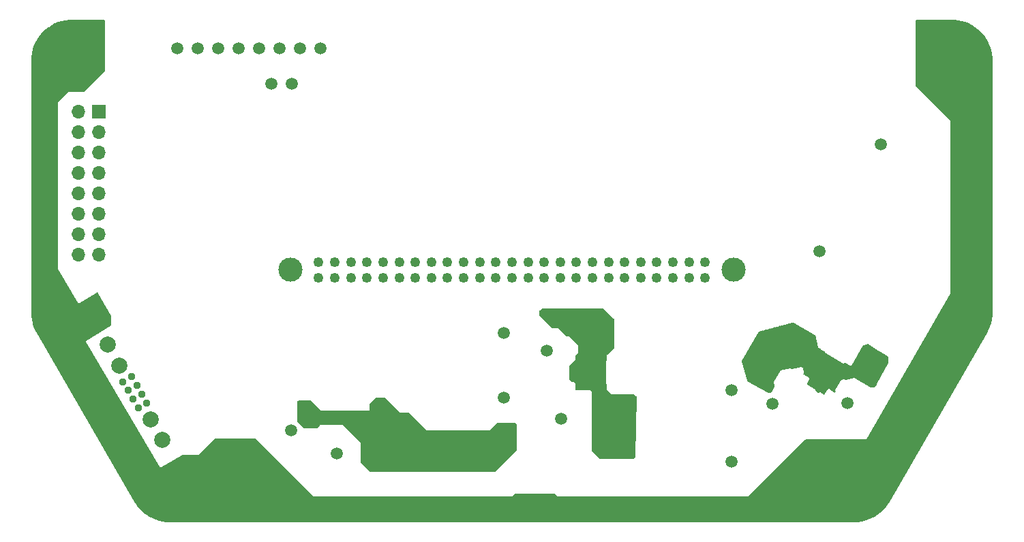
<source format=gbs>
%TF.GenerationSoftware,KiCad,Pcbnew,7.0.1-0*%
%TF.CreationDate,2023-07-14T11:12:34-05:00*%
%TF.ProjectId,power,706f7765-722e-46b6-9963-61645f706362,rev?*%
%TF.SameCoordinates,PXb5acc9ePY48ab840*%
%TF.FileFunction,Soldermask,Bot*%
%TF.FilePolarity,Negative*%
%FSLAX46Y46*%
G04 Gerber Fmt 4.6, Leading zero omitted, Abs format (unit mm)*
G04 Created by KiCad (PCBNEW 7.0.1-0) date 2023-07-14 11:12:34*
%MOMM*%
%LPD*%
G01*
G04 APERTURE LIST*
%ADD10C,1.500000*%
%ADD11C,5.892800*%
%ADD12C,4.521200*%
%ADD13C,2.250000*%
%ADD14C,0.950000*%
%ADD15C,2.000000*%
%ADD16C,3.000000*%
%ADD17C,1.250000*%
%ADD18R,1.700000X1.700000*%
%ADD19O,1.700000X1.700000*%
G04 APERTURE END LIST*
D10*
%TO.C,TP5*%
X-8763000Y-10413998D03*
%TD*%
%TO.C,TP8*%
X-85973000Y1524002D03*
%TD*%
%TO.C,TP21*%
X-93599000Y1524002D03*
%TD*%
%TO.C,TP1*%
X-22265706Y-42671998D03*
%TD*%
%TO.C,TP16*%
X-78359000Y1524002D03*
%TD*%
%TO.C,TP22*%
X-96139000Y1524002D03*
%TD*%
%TO.C,TP7*%
X-27305000Y-49910998D03*
%TD*%
D11*
%TO.C,H2*%
X-109219998Y2D03*
%TD*%
D10*
%TO.C,TP10*%
X-55626000Y-41909998D03*
%TD*%
%TO.C,TP17*%
X-81915000Y-2920998D03*
%TD*%
D12*
%TO.C,H5*%
X-19812000Y-35432998D03*
%TD*%
D10*
%TO.C,TP20*%
X-91059000Y1524002D03*
%TD*%
%TO.C,TP14*%
X-83433000Y1524002D03*
%TD*%
D11*
%TO.C,H1*%
X2Y2D03*
%TD*%
D12*
%TO.C,H6*%
X-44577000Y-33400998D03*
%TD*%
D10*
%TO.C,TP13*%
X-76327000Y-48894998D03*
%TD*%
%TO.C,TP6*%
X-27305000Y-41020998D03*
%TD*%
%TO.C,TP2*%
X-50292000Y-36067998D03*
%TD*%
%TO.C,TP9*%
X-55626000Y-33908998D03*
%TD*%
%TO.C,TP15*%
X-80893000Y1524002D03*
%TD*%
D11*
%TO.C,H3*%
X-88264998Y-52069998D03*
%TD*%
D10*
%TO.C,TP18*%
X-84455000Y-2920998D03*
%TD*%
%TO.C,TP19*%
X-88519000Y1524002D03*
%TD*%
%TO.C,TP3*%
X-82042000Y-45973998D03*
%TD*%
D13*
%TO.C,J2*%
X-95178398Y-50809577D03*
X-106578398Y-31064198D03*
D14*
X-99945228Y-42563185D03*
X-100570228Y-41480653D03*
X-101195228Y-40398122D03*
X-101820228Y-39315590D03*
X-101027760Y-43188185D03*
X-101652760Y-42105653D03*
X-102277760Y-41023122D03*
X-102902760Y-39940590D03*
D15*
X-97998994Y-47184162D03*
X-99498994Y-44586085D03*
X-103348994Y-37917690D03*
X-104848994Y-35319614D03*
%TD*%
D10*
%TO.C,TP12*%
X-48514000Y-44576998D03*
%TD*%
D12*
%TO.C,H7*%
X-69596000Y-48386998D03*
%TD*%
D11*
%TO.C,H4*%
X-15874998Y-52069998D03*
%TD*%
D10*
%TO.C,TP4*%
X-16383000Y-23748998D03*
%TD*%
%TO.C,TP11*%
X-12923636Y-42635197D03*
%TD*%
D16*
%TO.C,J3*%
X-82109998Y-26034998D03*
X-27109998Y-26034998D03*
D17*
X-30609998Y-25034998D03*
X-32609998Y-25034998D03*
X-34609998Y-25034998D03*
X-36609998Y-25034998D03*
X-38609998Y-25034998D03*
X-40609998Y-25034998D03*
X-42609998Y-25034998D03*
X-44609998Y-25034998D03*
X-46609998Y-25034998D03*
X-48609998Y-25034998D03*
X-50609998Y-25034998D03*
X-52609998Y-25034998D03*
X-54609998Y-25034998D03*
X-56609998Y-25034998D03*
X-58609998Y-25034998D03*
X-60609998Y-25034998D03*
X-62609998Y-25034998D03*
X-64609998Y-25034998D03*
X-66609998Y-25034998D03*
X-68609998Y-25034998D03*
X-70609998Y-25034998D03*
X-72609998Y-25034998D03*
X-74609998Y-25034998D03*
X-76609998Y-25034998D03*
X-78609998Y-25034998D03*
X-30609998Y-27034998D03*
X-32609998Y-27034998D03*
X-34609998Y-27034998D03*
X-36609998Y-27034998D03*
X-38609998Y-27034998D03*
X-40609998Y-27034998D03*
X-42609998Y-27034998D03*
X-44609998Y-27034998D03*
X-46609998Y-27034998D03*
X-48609998Y-27034998D03*
X-50609998Y-27034998D03*
X-52609998Y-27034998D03*
X-54609998Y-27034998D03*
X-56609998Y-27034998D03*
X-58609998Y-27034998D03*
X-60609998Y-27034998D03*
X-62609998Y-27034998D03*
X-64609998Y-27034998D03*
X-66609998Y-27034998D03*
X-68609998Y-27034998D03*
X-70609998Y-27034998D03*
X-72609998Y-27034998D03*
X-74609998Y-27034998D03*
X-76609998Y-27034998D03*
X-78609998Y-27034998D03*
%TD*%
D18*
%TO.C,J1*%
X-105917998Y-6386828D03*
D19*
X-108457998Y-6386828D03*
X-105917998Y-8926828D03*
X-108457998Y-8926828D03*
X-105917998Y-11466828D03*
X-108457998Y-11466828D03*
X-105917998Y-14006828D03*
X-108457998Y-14006828D03*
X-105917998Y-16546828D03*
X-108457998Y-16546828D03*
X-105917998Y-19086828D03*
X-108457998Y-19086828D03*
X-105917998Y-21626828D03*
X-108457998Y-21626828D03*
X-105917998Y-24166828D03*
X-108457998Y-24166828D03*
%TD*%
G36*
X-19670167Y-32580912D02*
G01*
X-17010934Y-34116222D01*
X-16973971Y-34148637D01*
X-16952227Y-34192730D01*
X-16547368Y-35703683D01*
X-16547367Y-35703685D01*
X-15822671Y-36122088D01*
X-15785709Y-36154503D01*
X-15763964Y-36198595D01*
X-15730986Y-36321669D01*
X-15730985Y-36321671D01*
X-13421298Y-37655168D01*
X-13298224Y-37622192D01*
X-13249166Y-37618977D01*
X-13202613Y-37634780D01*
X-12587901Y-37989684D01*
X-12414415Y-37943199D01*
X-12414413Y-37943198D01*
X-10980011Y-35458738D01*
X-10947596Y-35421776D01*
X-10903503Y-35400031D01*
X-10485894Y-35288132D01*
X-10435077Y-35285161D01*
X-10387232Y-35302539D01*
X-7962929Y-36794888D01*
X-7920293Y-36838446D01*
X-7903090Y-36896919D01*
X-7875412Y-37558217D01*
X-7889687Y-37621951D01*
X-9262077Y-40241968D01*
X-9284597Y-40272598D01*
X-9615998Y-40603999D01*
X-9655864Y-40630889D01*
X-9702902Y-40640885D01*
X-9983449Y-40645765D01*
X-10048640Y-40628903D01*
X-12106032Y-39441067D01*
X-13096532Y-39706470D01*
X-13145589Y-39709685D01*
X-13192143Y-39693882D01*
X-13359467Y-39597277D01*
X-13722468Y-39694544D01*
X-13722470Y-39694545D01*
X-14457105Y-40966962D01*
X-14441367Y-41025701D01*
X-14435199Y-41033739D01*
X-14413455Y-41077833D01*
X-14410240Y-41126891D01*
X-14426045Y-41173446D01*
X-14429902Y-41180126D01*
X-14476021Y-41226243D01*
X-14539020Y-41243122D01*
X-14602019Y-41226241D01*
X-15262795Y-40844742D01*
X-15436281Y-40891227D01*
X-15436283Y-40891228D01*
X-15754282Y-41442018D01*
X-15800401Y-41488137D01*
X-15863401Y-41505018D01*
X-15926401Y-41488137D01*
X-16367207Y-41233637D01*
X-16490279Y-41266615D01*
X-16539337Y-41269830D01*
X-16585891Y-41254027D01*
X-16825449Y-41115718D01*
X-16862411Y-41083303D01*
X-16884155Y-41039211D01*
X-16917133Y-40916139D01*
X-16917135Y-40916137D01*
X-17907866Y-40344137D01*
X-17953985Y-40298018D01*
X-17970866Y-40235018D01*
X-17953985Y-40172018D01*
X-17635986Y-39621228D01*
X-17682472Y-39447741D01*
X-17682473Y-39447739D01*
X-18343249Y-39066241D01*
X-18389368Y-39020122D01*
X-18406249Y-38957122D01*
X-18389368Y-38894121D01*
X-18325368Y-38783270D01*
X-18414999Y-38226999D01*
X-18668998Y-38100000D01*
X-18668999Y-38100000D01*
X-19788220Y-38341005D01*
X-19834290Y-38342303D01*
X-19877744Y-38326947D01*
X-20055660Y-38224227D01*
X-21270057Y-38549623D01*
X-21270059Y-38549624D01*
X-22095557Y-39979429D01*
X-21969610Y-40449474D01*
X-21966395Y-40498531D01*
X-21982198Y-40545085D01*
X-22374507Y-41224584D01*
X-22406922Y-41261546D01*
X-22451015Y-41283291D01*
X-22697161Y-41349246D01*
X-22746218Y-41352461D01*
X-22792772Y-41336658D01*
X-25366488Y-39850722D01*
X-25403451Y-39818307D01*
X-25425195Y-39774214D01*
X-26048524Y-37447921D01*
X-26051739Y-37398864D01*
X-26035936Y-37352310D01*
X-23942027Y-33725555D01*
X-23909612Y-33688592D01*
X-23865519Y-33666848D01*
X-19765778Y-32568324D01*
X-19716721Y-32565109D01*
X-19670167Y-32580912D01*
G37*
G36*
X-105219000Y5063121D02*
G01*
X-105172881Y5017002D01*
X-105156000Y4954002D01*
X-105156000Y-1217808D01*
X-105165591Y-1266026D01*
X-105192905Y-1306903D01*
X-107786095Y-3900093D01*
X-107826972Y-3927407D01*
X-107875190Y-3936998D01*
X-109728002Y-3936998D01*
X-110998000Y-5206996D01*
X-110998000Y-25907996D01*
X-108458000Y-30225996D01*
X-106155178Y-28892785D01*
X-106091763Y-28875829D01*
X-106028426Y-28893071D01*
X-105982356Y-28939830D01*
X-104410309Y-31721144D01*
X-104394000Y-31783143D01*
X-104394000Y-32824043D01*
X-104409469Y-32884533D01*
X-104452079Y-32930169D01*
X-107569000Y-34924997D01*
X-107569000Y-34924998D01*
X-98298001Y-50672997D01*
X-95533654Y-49039521D01*
X-95469554Y-49021998D01*
X-93472000Y-49021998D01*
X-91476905Y-47026903D01*
X-91436028Y-46999589D01*
X-91387810Y-46989998D01*
X-86539190Y-46989998D01*
X-86490972Y-46999589D01*
X-86450095Y-47026903D01*
X-79248002Y-54228997D01*
X-79248000Y-54228998D01*
X-54610001Y-54228998D01*
X-54265906Y-53884903D01*
X-54225028Y-53857589D01*
X-54176810Y-53847998D01*
X-49328190Y-53847998D01*
X-49279972Y-53857589D01*
X-49239094Y-53884903D01*
X-48895000Y-54228998D01*
X-25273000Y-54228998D01*
X-18197905Y-47153903D01*
X-18157028Y-47126589D01*
X-18108810Y-47116998D01*
X-10541001Y-47116998D01*
X-10541000Y-47116996D01*
X-127000Y-28955999D01*
X-127000Y-7492998D01*
X-127001Y-7492996D01*
X-4408095Y-3211903D01*
X-4435409Y-3171026D01*
X-4445000Y-3122808D01*
X-4445000Y4954002D01*
X-4428119Y5017002D01*
X-4382000Y5063121D01*
X-4319000Y5080002D01*
X-2747Y5080002D01*
X2750Y5079882D01*
X437258Y5060909D01*
X448207Y5059951D01*
X876683Y5003541D01*
X887508Y5001632D01*
X1309430Y4908094D01*
X1320048Y4905249D01*
X1732212Y4775295D01*
X1742541Y4771536D01*
X2141825Y4606147D01*
X2151787Y4601501D01*
X2535117Y4401952D01*
X2544637Y4396456D01*
X2909132Y4164248D01*
X2918136Y4157943D01*
X3260996Y3894856D01*
X3269416Y3887791D01*
X3588047Y3595820D01*
X3595820Y3588047D01*
X3887791Y3269417D01*
X3894856Y3260997D01*
X4157943Y2918136D01*
X4164248Y2909132D01*
X4396456Y2544638D01*
X4401952Y2535118D01*
X4601501Y2151788D01*
X4606147Y2141826D01*
X4771536Y1742542D01*
X4775295Y1732213D01*
X4905250Y1320048D01*
X4908095Y1309430D01*
X5001633Y887508D01*
X5003542Y876683D01*
X5059952Y448208D01*
X5060910Y437258D01*
X5079882Y2750D01*
X5080002Y-2746D01*
X5080002Y-31332773D01*
X5079872Y-31338486D01*
X5060148Y-31773037D01*
X5059173Y-31783978D01*
X5002022Y-32212571D01*
X5000095Y-32223393D01*
X4905810Y-32645358D01*
X4902947Y-32655971D01*
X4772245Y-33068105D01*
X4768468Y-33078429D01*
X4602341Y-33477606D01*
X4597679Y-33487561D01*
X4396048Y-33873309D01*
X4393511Y-33877923D01*
X-7716846Y-54861594D01*
X-7719715Y-54866323D01*
X-7953437Y-55233108D01*
X-7959734Y-55242100D01*
X-8222818Y-55584962D01*
X-8229884Y-55593383D01*
X-8521862Y-55912025D01*
X-8529634Y-55919797D01*
X-8848249Y-56211759D01*
X-8856670Y-56218825D01*
X-9199533Y-56481916D01*
X-9208536Y-56488221D01*
X-9573027Y-56720432D01*
X-9582546Y-56725928D01*
X-9965881Y-56925485D01*
X-9975844Y-56930131D01*
X-10375105Y-57095513D01*
X-10385434Y-57099272D01*
X-10797603Y-57229233D01*
X-10808221Y-57232078D01*
X-11230144Y-57325620D01*
X-11240968Y-57327529D01*
X-11669441Y-57383944D01*
X-11680391Y-57384902D01*
X-12114894Y-57403878D01*
X-12120392Y-57403998D01*
X-97099593Y-57403998D01*
X-97105098Y-57403878D01*
X-97539620Y-57384874D01*
X-97550560Y-57383916D01*
X-97979033Y-57327510D01*
X-97989858Y-57325602D01*
X-98411773Y-57232069D01*
X-98422391Y-57229224D01*
X-98834573Y-57099267D01*
X-98844902Y-57095507D01*
X-99244163Y-56930131D01*
X-99254126Y-56925486D01*
X-99637474Y-56725930D01*
X-99646993Y-56720434D01*
X-100011484Y-56488231D01*
X-100020488Y-56481926D01*
X-100363349Y-56218843D01*
X-100371770Y-56211777D01*
X-100690394Y-55919815D01*
X-100698166Y-55912043D01*
X-100990149Y-55593403D01*
X-100997215Y-55584982D01*
X-101260297Y-55242130D01*
X-101266602Y-55233126D01*
X-101500288Y-54866316D01*
X-101503140Y-54861616D01*
X-113618027Y-33878014D01*
X-113620673Y-33873192D01*
X-113821494Y-33487396D01*
X-113826138Y-33477437D01*
X-113991529Y-33078154D01*
X-113995288Y-33067824D01*
X-114125242Y-32655667D01*
X-114128087Y-32645050D01*
X-114221627Y-32223126D01*
X-114223536Y-32212301D01*
X-114279948Y-31783825D01*
X-114280906Y-31772874D01*
X-114299878Y-31338369D01*
X-114299998Y-31332873D01*
X-114299998Y-2744D01*
X-114299878Y2751D01*
X-114280909Y437256D01*
X-114279951Y448207D01*
X-114223541Y876684D01*
X-114221632Y887509D01*
X-114128094Y1309431D01*
X-114125249Y1320049D01*
X-113995294Y1732213D01*
X-113991535Y1742542D01*
X-113826146Y2141827D01*
X-113821500Y2151789D01*
X-113621951Y2535119D01*
X-113616455Y2544639D01*
X-113384251Y2909126D01*
X-113377947Y2918130D01*
X-113114850Y3261005D01*
X-113107784Y3269426D01*
X-112815818Y3588050D01*
X-112808045Y3595822D01*
X-112489422Y3887787D01*
X-112481002Y3894853D01*
X-112138127Y4157949D01*
X-112129123Y4164253D01*
X-111764635Y4396458D01*
X-111755115Y4401954D01*
X-111371785Y4601503D01*
X-111361823Y4606149D01*
X-110962539Y4771538D01*
X-110952210Y4775297D01*
X-110540046Y4905251D01*
X-110529428Y4908096D01*
X-110107505Y5001634D01*
X-110096680Y5003543D01*
X-109668204Y5059953D01*
X-109657254Y5060911D01*
X-109222746Y5079882D01*
X-109217250Y5080002D01*
X-105282000Y5080002D01*
X-105219000Y5063121D01*
G37*
G36*
X-70361972Y-41919589D02*
G01*
X-70321095Y-41946903D01*
X-68453002Y-43814997D01*
X-68453000Y-43814998D01*
X-67489190Y-43814998D01*
X-67440972Y-43824589D01*
X-67400095Y-43851903D01*
X-65273115Y-45978884D01*
X-57403998Y-45973999D01*
X-56551905Y-45121903D01*
X-56511027Y-45094589D01*
X-56462809Y-45084998D01*
X-54281190Y-45084998D01*
X-54232972Y-45094589D01*
X-54192095Y-45121903D01*
X-54011905Y-45302093D01*
X-53984591Y-45342970D01*
X-53975000Y-45391188D01*
X-53975000Y-48334808D01*
X-53984591Y-48383026D01*
X-54011905Y-48423903D01*
X-56732095Y-51144093D01*
X-56772972Y-51171407D01*
X-56821190Y-51180998D01*
X-72083810Y-51180998D01*
X-72132028Y-51171407D01*
X-72172905Y-51144093D01*
X-73369095Y-49947903D01*
X-73396409Y-49907026D01*
X-73406000Y-49858808D01*
X-73406000Y-47497998D01*
X-73914000Y-46989999D01*
X-73914000Y-46989998D01*
X-75564999Y-45338998D01*
X-78486000Y-45338998D01*
X-78830094Y-45683093D01*
X-78870972Y-45710407D01*
X-78919190Y-45719998D01*
X-80338810Y-45719998D01*
X-80387028Y-45710407D01*
X-80427905Y-45683093D01*
X-81243095Y-44867903D01*
X-81270409Y-44827026D01*
X-81280000Y-44778808D01*
X-81280000Y-42470188D01*
X-81270409Y-42421970D01*
X-81243095Y-42381093D01*
X-81189905Y-42327903D01*
X-81149028Y-42300589D01*
X-81100810Y-42290998D01*
X-79681190Y-42290998D01*
X-79632972Y-42300589D01*
X-79592095Y-42327903D01*
X-78359002Y-43560997D01*
X-78359000Y-43560998D01*
X-72389998Y-43560998D01*
X-72389998Y-43560997D01*
X-72263000Y-43434000D01*
X-72262998Y-43433998D01*
X-72262998Y-42724190D01*
X-72253407Y-42675972D01*
X-72226094Y-42635095D01*
X-71537904Y-41946904D01*
X-71497026Y-41919590D01*
X-71448808Y-41909999D01*
X-70410190Y-41909998D01*
X-70361972Y-41919589D01*
G37*
G36*
X-43183972Y-30870589D02*
G01*
X-43143095Y-30897903D01*
X-41946905Y-32094093D01*
X-41919591Y-32134970D01*
X-41910000Y-32183188D01*
X-41910000Y-35634808D01*
X-41919591Y-35683026D01*
X-41946905Y-35723904D01*
X-42799000Y-36575998D01*
X-42799000Y-37158808D01*
X-42808591Y-37207026D01*
X-42835905Y-37247904D01*
X-42926000Y-37337998D01*
X-42926000Y-40131998D01*
X-42835905Y-40222092D01*
X-42808591Y-40262970D01*
X-42799000Y-40311188D01*
X-42799000Y-41020999D01*
X-42291002Y-41528997D01*
X-42291000Y-41528998D01*
X-39422190Y-41528998D01*
X-39373972Y-41538589D01*
X-39333095Y-41565903D01*
X-39153793Y-41745205D01*
X-39126075Y-41787070D01*
X-39116906Y-41836435D01*
X-39242137Y-49225061D01*
X-39252123Y-49272129D01*
X-39279023Y-49312021D01*
X-39460094Y-49493093D01*
X-39500972Y-49520407D01*
X-39549190Y-49529998D01*
X-43635810Y-49529998D01*
X-43684028Y-49520407D01*
X-43724905Y-49493093D01*
X-44667095Y-48550903D01*
X-44694409Y-48510026D01*
X-44704000Y-48461808D01*
X-44703999Y-41147999D01*
X-44703999Y-41147998D01*
X-44830999Y-41020998D01*
X-46556808Y-41020998D01*
X-46605025Y-41011407D01*
X-46645902Y-40984095D01*
X-46699094Y-40930905D01*
X-46726408Y-40890027D01*
X-46736000Y-40841808D01*
X-46736000Y-40131998D01*
X-46736001Y-40131996D01*
X-46862999Y-40004998D01*
X-47064807Y-40004998D01*
X-47113025Y-39995407D01*
X-47153902Y-39968094D01*
X-47461093Y-39660905D01*
X-47488407Y-39620027D01*
X-47497998Y-39571809D01*
X-47497998Y-38025191D01*
X-47488407Y-37976973D01*
X-47461094Y-37936096D01*
X-46736001Y-37210998D01*
X-46736000Y-37210998D01*
X-46736000Y-36755191D01*
X-46726409Y-36706973D01*
X-46699096Y-36666096D01*
X-46482002Y-36449000D01*
X-46482000Y-36448998D01*
X-46354999Y-36322000D01*
X-46354998Y-36322000D01*
X-46354998Y-35433000D01*
X-46354999Y-35432998D01*
X-47497999Y-34289998D01*
X-47826807Y-34289998D01*
X-47875025Y-34280407D01*
X-47915902Y-34253094D01*
X-48894998Y-33274000D01*
X-48894999Y-33273999D01*
X-49604810Y-33273998D01*
X-49653028Y-33264407D01*
X-49693905Y-33237093D01*
X-51144093Y-31786905D01*
X-51171407Y-31746028D01*
X-51180998Y-31697810D01*
X-51180998Y-31167189D01*
X-51171407Y-31118971D01*
X-51144094Y-31078094D01*
X-50963905Y-30897903D01*
X-50923027Y-30870589D01*
X-50874809Y-30860998D01*
X-43232190Y-30860998D01*
X-43183972Y-30870589D01*
G37*
G36*
X-105165339Y5086850D02*
G01*
X-105154659Y5082427D01*
X-105153576Y5081344D01*
X-105149152Y5070663D01*
X-105149000Y5069898D01*
X-105149000Y-1259894D01*
X-105149152Y-1260659D01*
X-105157762Y-1281444D01*
X-105158196Y-1282093D01*
X-107810905Y-3934802D01*
X-107811554Y-3935236D01*
X-107832339Y-3943846D01*
X-107833104Y-3943998D01*
X-109714594Y-3943998D01*
X-109732530Y-3951427D01*
X-110983571Y-5202468D01*
X-110991000Y-5220404D01*
X-110991000Y-25899328D01*
X-110987570Y-25911922D01*
X-108469864Y-30192022D01*
X-108430959Y-30202253D01*
X-106054333Y-28826312D01*
X-106053847Y-28826111D01*
X-106045508Y-28823882D01*
X-106044467Y-28823884D01*
X-106042869Y-28824319D01*
X-106041969Y-28824845D01*
X-106035910Y-28830995D01*
X-106035594Y-28831415D01*
X-104391139Y-31740834D01*
X-104390946Y-31741309D01*
X-104387066Y-31756059D01*
X-104387000Y-31756568D01*
X-104387000Y-32886605D01*
X-104387062Y-32887101D01*
X-104389111Y-32895110D01*
X-104389587Y-32895979D01*
X-104395226Y-32902019D01*
X-104395610Y-32902339D01*
X-107536526Y-34912526D01*
X-107545681Y-34950810D01*
X-98310056Y-50638720D01*
X-98270866Y-50648831D01*
X-95513432Y-49019439D01*
X-95512942Y-49019232D01*
X-95497709Y-49015069D01*
X-95497182Y-49014998D01*
X-93485406Y-49014998D01*
X-93467471Y-49007568D01*
X-91452096Y-46992193D01*
X-91451447Y-46991759D01*
X-91430661Y-46983150D01*
X-91429896Y-46982998D01*
X-86497104Y-46982998D01*
X-86496339Y-46983150D01*
X-86475554Y-46991759D01*
X-86474905Y-46992193D01*
X-79252530Y-54214568D01*
X-79234594Y-54221998D01*
X-54623406Y-54221998D01*
X-54605471Y-54214568D01*
X-54241096Y-53850193D01*
X-54240447Y-53849759D01*
X-54219661Y-53841150D01*
X-54218896Y-53840998D01*
X-49286104Y-53840998D01*
X-49285339Y-53841150D01*
X-49264554Y-53849759D01*
X-49263905Y-53850193D01*
X-48899530Y-54214568D01*
X-48881594Y-54221998D01*
X-25286406Y-54221998D01*
X-25268471Y-54214568D01*
X-18173096Y-47119193D01*
X-18172447Y-47118759D01*
X-18151661Y-47110150D01*
X-18150896Y-47109998D01*
X-10560212Y-47109998D01*
X-10537516Y-47096848D01*
X-137289Y-28959869D01*
X-134000Y-28947522D01*
X-134000Y-7506404D01*
X-141430Y-7488468D01*
X-4442805Y-3187093D01*
X-4443239Y-3186444D01*
X-4451848Y-3165659D01*
X-4452000Y-3164894D01*
X-4452000Y5069898D01*
X-4451848Y5070663D01*
X-4447425Y5081344D01*
X-4446342Y5082427D01*
X-4435661Y5086850D01*
X-4434896Y5087002D01*
X-510Y5087002D01*
X803Y5086974D01*
X847Y5086972D01*
X441957Y5067711D01*
X442045Y5067705D01*
X444690Y5067473D01*
X444776Y5067464D01*
X881938Y5009911D01*
X882025Y5009897D01*
X884639Y5009435D01*
X884724Y5009419D01*
X1315232Y4913978D01*
X1315317Y4913957D01*
X1317886Y4913268D01*
X1317969Y4913243D01*
X1738516Y4780646D01*
X1738598Y4780619D01*
X1741088Y4779714D01*
X1741170Y4779682D01*
X2148550Y4610939D01*
X2148630Y4610904D01*
X2151044Y4609778D01*
X2151122Y4609739D01*
X2542233Y4406139D01*
X2542310Y4406097D01*
X2544641Y4404751D01*
X2544716Y4404706D01*
X2916582Y4167802D01*
X2916654Y4167753D01*
X2918829Y4166230D01*
X2918900Y4166179D01*
X3268759Y3897722D01*
X3268827Y3897667D01*
X3270842Y3895976D01*
X3270907Y3895919D01*
X3596020Y3598009D01*
X3596083Y3597948D01*
X3597948Y3596083D01*
X3598009Y3596020D01*
X3895919Y3270908D01*
X3895976Y3270843D01*
X3897676Y3268817D01*
X3897731Y3268749D01*
X4166171Y2918912D01*
X4166222Y2918841D01*
X4167753Y2916654D01*
X4167802Y2916582D01*
X4404706Y2544717D01*
X4404751Y2544642D01*
X4406097Y2542311D01*
X4406139Y2542234D01*
X4609739Y2151123D01*
X4609778Y2151045D01*
X4610904Y2148631D01*
X4610939Y2148551D01*
X4779682Y1741171D01*
X4779714Y1741089D01*
X4780617Y1738605D01*
X4780644Y1738523D01*
X4913246Y1317963D01*
X4913271Y1317880D01*
X4913958Y1315318D01*
X4913979Y1315233D01*
X5009420Y884724D01*
X5009436Y884639D01*
X5009898Y882025D01*
X5009912Y881938D01*
X5067465Y444777D01*
X5067474Y444691D01*
X5067706Y442047D01*
X5067712Y441959D01*
X5086971Y848D01*
X5086973Y805D01*
X5087002Y-509D01*
X5087002Y-31335055D01*
X5087001Y-31335101D01*
X5086970Y-31336458D01*
X5086969Y-31336503D01*
X5066941Y-31777758D01*
X5066935Y-31777845D01*
X5066701Y-31780471D01*
X5066691Y-31780557D01*
X5008381Y-32217844D01*
X5008368Y-32217931D01*
X5007900Y-32220557D01*
X5007883Y-32220642D01*
X4911686Y-32651163D01*
X4911665Y-32651247D01*
X4910974Y-32653811D01*
X4910949Y-32653896D01*
X4777591Y-33074404D01*
X4777563Y-33074486D01*
X4776650Y-33076983D01*
X4776618Y-33077064D01*
X4607109Y-33484367D01*
X4607074Y-33484447D01*
X4605962Y-33486822D01*
X4605923Y-33486900D01*
X4401285Y-33878399D01*
X4401266Y-33878437D01*
X4400642Y-33879572D01*
X4400621Y-33879608D01*
X-7711874Y-54866984D01*
X-7711896Y-54867022D01*
X-7712599Y-54868180D01*
X-7712622Y-54868217D01*
X-7949897Y-55240578D01*
X-7949946Y-55240650D01*
X-7951460Y-55242812D01*
X-7951511Y-55242883D01*
X-8219947Y-55592721D01*
X-8220002Y-55592789D01*
X-8221702Y-55594814D01*
X-8221759Y-55594879D01*
X-8519665Y-55919991D01*
X-8519726Y-55920054D01*
X-8521580Y-55921908D01*
X-8521643Y-55921969D01*
X-8846775Y-56219902D01*
X-8846840Y-56219959D01*
X-8848857Y-56221652D01*
X-8848925Y-56221707D01*
X-9198757Y-56490146D01*
X-9198828Y-56490198D01*
X-9200994Y-56491714D01*
X-9201066Y-56491762D01*
X-9572972Y-56728697D01*
X-9573046Y-56728742D01*
X-9575332Y-56730063D01*
X-9575409Y-56730105D01*
X-9966536Y-56933717D01*
X-9966615Y-56933756D01*
X-9969029Y-56934881D01*
X-9969109Y-56934916D01*
X-10376484Y-57103660D01*
X-10376565Y-57103691D01*
X-10379060Y-57104599D01*
X-10379143Y-57104627D01*
X-10799689Y-57237229D01*
X-10799772Y-57237254D01*
X-10802335Y-57237941D01*
X-10802420Y-57237962D01*
X-11232925Y-57333407D01*
X-11233010Y-57333423D01*
X-11235624Y-57333885D01*
X-11235711Y-57333899D01*
X-11672869Y-57391456D01*
X-11672955Y-57391465D01*
X-11675600Y-57391697D01*
X-11675688Y-57391703D01*
X-12116797Y-57410967D01*
X-12116840Y-57410969D01*
X-12118152Y-57410998D01*
X-97101846Y-57410998D01*
X-97103198Y-57410968D01*
X-97103241Y-57410966D01*
X-97544282Y-57391678D01*
X-97544370Y-57391672D01*
X-97547052Y-57391437D01*
X-97547138Y-57391428D01*
X-97984287Y-57333880D01*
X-97984374Y-57333867D01*
X-97986990Y-57333405D01*
X-97987075Y-57333388D01*
X-98417602Y-57237946D01*
X-98417687Y-57237925D01*
X-98420228Y-57237244D01*
X-98420311Y-57237219D01*
X-98840855Y-57104626D01*
X-98840938Y-57104598D01*
X-98843440Y-57103687D01*
X-98843521Y-57103656D01*
X-99250901Y-56934917D01*
X-99250981Y-56934882D01*
X-99253395Y-56933756D01*
X-99253473Y-56933717D01*
X-99644599Y-56730113D01*
X-99644676Y-56730071D01*
X-99646969Y-56728748D01*
X-99647044Y-56728703D01*
X-100018947Y-56491778D01*
X-100019020Y-56491729D01*
X-100021188Y-56490210D01*
X-100021258Y-56490159D01*
X-100371104Y-56221715D01*
X-100371171Y-56221661D01*
X-100373196Y-56219963D01*
X-100373262Y-56219905D01*
X-100698357Y-55922014D01*
X-100698421Y-55921953D01*
X-100700310Y-55920063D01*
X-100700370Y-55920000D01*
X-100998272Y-55594900D01*
X-100998329Y-55594835D01*
X-101000032Y-55592806D01*
X-101000087Y-55592738D01*
X-101268523Y-55242909D01*
X-101268574Y-55242838D01*
X-101270107Y-55240648D01*
X-101270156Y-55240576D01*
X-101507365Y-54868236D01*
X-101507388Y-54868198D01*
X-101508082Y-54867053D01*
X-101508104Y-54867016D01*
X-113625180Y-33879624D01*
X-113625201Y-33879586D01*
X-113625861Y-33878383D01*
X-113625882Y-33878344D01*
X-113829733Y-33486728D01*
X-113829772Y-33486650D01*
X-113830889Y-33484255D01*
X-113830924Y-33484175D01*
X-113999671Y-33076788D01*
X-113999702Y-33076707D01*
X-114000609Y-33074214D01*
X-114000637Y-33074131D01*
X-114133238Y-32653580D01*
X-114133263Y-32653497D01*
X-114133950Y-32650934D01*
X-114133971Y-32650849D01*
X-114229414Y-32220342D01*
X-114229430Y-32220257D01*
X-114229892Y-32217643D01*
X-114229906Y-32217556D01*
X-114287460Y-31780395D01*
X-114287469Y-31780309D01*
X-114287701Y-31777664D01*
X-114287707Y-31777576D01*
X-114306968Y-31336467D01*
X-114306970Y-31336423D01*
X-114306988Y-31335581D01*
X-114297998Y-31335581D01*
X-114278671Y-31778195D01*
X-114220847Y-32217401D01*
X-114124960Y-32649912D01*
X-113991752Y-33072388D01*
X-113822219Y-33481674D01*
X-113617657Y-33874654D01*
X-101500059Y-54862951D01*
X-101262008Y-55236614D01*
X-100992323Y-55588070D01*
X-100693040Y-55914678D01*
X-100366429Y-56213957D01*
X-100014971Y-56483638D01*
X-99641344Y-56721661D01*
X-99248410Y-56926207D01*
X-98839122Y-57095736D01*
X-98416645Y-57228939D01*
X-97984134Y-57324821D01*
X-97544928Y-57382640D01*
X-97102313Y-57401998D01*
X-12117683Y-57401998D01*
X-11675070Y-57382667D01*
X-11235867Y-57324840D01*
X-10803358Y-57228951D01*
X-10380884Y-57095741D01*
X-9971605Y-56926209D01*
X-9578665Y-56721653D01*
X-9205048Y-56483627D01*
X-8853594Y-56213943D01*
X-8526987Y-55914659D01*
X-8227709Y-55588049D01*
X-7958029Y-55236591D01*
X-7719939Y-54862951D01*
X4393094Y-33874646D01*
X4598413Y-33481841D01*
X4768701Y-33072667D01*
X4902678Y-32650206D01*
X4999326Y-32217664D01*
X5057904Y-31778367D01*
X5078002Y-31335575D01*
X5078002Y-39D01*
X5058676Y442577D01*
X5000853Y881783D01*
X4904968Y1314295D01*
X4771761Y1736773D01*
X4602229Y2146060D01*
X4397679Y2538994D01*
X4159654Y2912620D01*
X3889970Y3264078D01*
X3590688Y3590688D01*
X3264077Y3889970D01*
X2912620Y4159654D01*
X2538993Y4397679D01*
X2146059Y4602229D01*
X1736772Y4771761D01*
X1314294Y4904967D01*
X881783Y5000852D01*
X442576Y5058675D01*
X-39Y5078002D01*
X-4443000Y5078002D01*
X-4443000Y-3174170D01*
X-125586Y-7491584D01*
X-125000Y-7492998D01*
X-125000Y-28955998D01*
X-125265Y-28956993D01*
X-10539265Y-47117993D01*
X-10539997Y-47118729D01*
X-10541000Y-47118998D01*
X-18160172Y-47118998D01*
X-25271586Y-54230412D01*
X-25273000Y-54230998D01*
X-48895000Y-54230998D01*
X-48896414Y-54230412D01*
X-49276828Y-53849998D01*
X-54228172Y-53849998D01*
X-54608586Y-54230412D01*
X-54610000Y-54230998D01*
X-79248000Y-54230998D01*
X-79249414Y-54230412D01*
X-86487828Y-46991998D01*
X-91439172Y-46991998D01*
X-93470586Y-49023412D01*
X-93472000Y-49023998D01*
X-95503453Y-49023998D01*
X-98296983Y-50674720D01*
X-98298500Y-50674935D01*
X-98299724Y-50674013D01*
X-107570724Y-34926013D01*
X-107570945Y-34924533D01*
X-107570078Y-34923313D01*
X-104396000Y-32891903D01*
X-104396000Y-31750524D01*
X-106045747Y-28831741D01*
X-108456998Y-30227729D01*
X-108458509Y-30227932D01*
X-108459724Y-30227012D01*
X-110999724Y-25909012D01*
X-111000000Y-25907998D01*
X-111000000Y-5206998D01*
X-110999414Y-5205584D01*
X-109729414Y-3935584D01*
X-109728000Y-3934998D01*
X-107823828Y-3934998D01*
X-105158000Y-1269170D01*
X-105158000Y5078002D01*
X-109219957Y5078002D01*
X-109662573Y5058677D01*
X-110101780Y5000854D01*
X-110534292Y4904969D01*
X-110956770Y4771763D01*
X-111366057Y4602231D01*
X-111758991Y4397681D01*
X-112132618Y4159655D01*
X-112484076Y3889972D01*
X-112810686Y3590690D01*
X-113109969Y3264079D01*
X-113379652Y2912621D01*
X-113617678Y2538995D01*
X-113822228Y2146061D01*
X-113991760Y1736773D01*
X-114124967Y1314296D01*
X-114220852Y881784D01*
X-114278675Y442577D01*
X-114297998Y-39D01*
X-114297998Y-31335581D01*
X-114306988Y-31335581D01*
X-114306998Y-31335110D01*
X-114306998Y-510D01*
X-114306970Y804D01*
X-114306968Y848D01*
X-114287711Y441959D01*
X-114287705Y442047D01*
X-114287473Y444691D01*
X-114287464Y444777D01*
X-114229911Y881939D01*
X-114229897Y882026D01*
X-114229435Y884640D01*
X-114229419Y884725D01*
X-114133978Y1315234D01*
X-114133957Y1315319D01*
X-114133270Y1317881D01*
X-114133245Y1317964D01*
X-114000643Y1738523D01*
X-114000616Y1738605D01*
X-113999713Y1741089D01*
X-113999681Y1741171D01*
X-113830938Y2148552D01*
X-113830903Y2148632D01*
X-113829777Y2151046D01*
X-113829738Y2151124D01*
X-113626138Y2542235D01*
X-113626096Y2542312D01*
X-113624750Y2544643D01*
X-113624705Y2544718D01*
X-113387800Y2916583D01*
X-113387751Y2916655D01*
X-113386220Y2918842D01*
X-113386169Y2918913D01*
X-113117730Y3268751D01*
X-113117675Y3268819D01*
X-113115975Y3270844D01*
X-113115918Y3270909D01*
X-112818007Y3596022D01*
X-112817946Y3596085D01*
X-112816081Y3597950D01*
X-112816018Y3598011D01*
X-112490906Y3895921D01*
X-112490841Y3895978D01*
X-112488816Y3897678D01*
X-112488748Y3897733D01*
X-112138910Y4166172D01*
X-112138839Y4166223D01*
X-112136652Y4167754D01*
X-112136580Y4167803D01*
X-111764714Y4404708D01*
X-111764639Y4404753D01*
X-111762308Y4406099D01*
X-111762231Y4406141D01*
X-111371120Y4609741D01*
X-111371042Y4609780D01*
X-111368628Y4610906D01*
X-111368548Y4610941D01*
X-110961168Y4779684D01*
X-110961086Y4779716D01*
X-110958596Y4780621D01*
X-110958514Y4780648D01*
X-110537967Y4913245D01*
X-110537884Y4913270D01*
X-110535315Y4913959D01*
X-110535230Y4913980D01*
X-110104721Y5009421D01*
X-110104636Y5009437D01*
X-110102022Y5009899D01*
X-110101935Y5009913D01*
X-109664773Y5067466D01*
X-109664687Y5067475D01*
X-109662043Y5067707D01*
X-109661955Y5067713D01*
X-109220844Y5086972D01*
X-109220800Y5086974D01*
X-109219486Y5087002D01*
X-105166104Y5087002D01*
X-105165339Y5086850D01*
G37*
G36*
X-70362613Y-41903036D02*
G01*
X-70356078Y-41904335D01*
X-70355357Y-41904634D01*
X-70349814Y-41908338D01*
X-70349511Y-41908587D01*
X-68457530Y-43800568D01*
X-68439594Y-43807998D01*
X-67447104Y-43807998D01*
X-67446339Y-43808150D01*
X-67425554Y-43816759D01*
X-67424905Y-43817193D01*
X-65277655Y-45964444D01*
X-65259700Y-45971874D01*
X-57417396Y-45967008D01*
X-57399479Y-45959579D01*
X-56523490Y-45083587D01*
X-56523187Y-45083338D01*
X-56517644Y-45079634D01*
X-56516923Y-45079335D01*
X-56510387Y-45078036D01*
X-56509997Y-45077998D01*
X-54239104Y-45077998D01*
X-54238339Y-45078150D01*
X-54217554Y-45086759D01*
X-54216905Y-45087193D01*
X-53977196Y-45326902D01*
X-53976762Y-45327551D01*
X-53968152Y-45348337D01*
X-53968000Y-45349102D01*
X-53968000Y-48376894D01*
X-53968152Y-48377659D01*
X-53976762Y-48398444D01*
X-53977196Y-48399093D01*
X-56756905Y-51178802D01*
X-56757554Y-51179236D01*
X-56778339Y-51187846D01*
X-56779104Y-51187998D01*
X-72125896Y-51187998D01*
X-72126661Y-51187846D01*
X-72147447Y-51179236D01*
X-72148096Y-51178802D01*
X-73403805Y-49923093D01*
X-73404239Y-49922444D01*
X-73412848Y-49901659D01*
X-73413000Y-49900894D01*
X-73413000Y-47511404D01*
X-73420430Y-47493468D01*
X-75560471Y-45353427D01*
X-75578406Y-45345998D01*
X-78472594Y-45345998D01*
X-78490530Y-45353427D01*
X-78854905Y-45717802D01*
X-78855554Y-45718236D01*
X-78876339Y-45726846D01*
X-78877104Y-45726998D01*
X-80380896Y-45726998D01*
X-80381661Y-45726846D01*
X-80402447Y-45718236D01*
X-80403096Y-45717802D01*
X-81277805Y-44843093D01*
X-81278239Y-44842444D01*
X-81283323Y-44830170D01*
X-81278000Y-44830170D01*
X-80390172Y-45717998D01*
X-78867828Y-45717998D01*
X-78487414Y-45337584D01*
X-78486000Y-45336998D01*
X-75565000Y-45336998D01*
X-75563586Y-45337584D01*
X-73404586Y-47496584D01*
X-73404000Y-47497998D01*
X-73404000Y-49910170D01*
X-72135172Y-51178998D01*
X-56769828Y-51178998D01*
X-53977000Y-48386170D01*
X-53977000Y-45339826D01*
X-54229828Y-45086998D01*
X-56514172Y-45086998D01*
X-57402584Y-45975414D01*
X-57403997Y-45976000D01*
X-65273113Y-45980884D01*
X-65274528Y-45980298D01*
X-67437828Y-43816998D01*
X-68453000Y-43816998D01*
X-68454414Y-43816412D01*
X-70358828Y-41911998D01*
X-71500170Y-41911999D01*
X-72260998Y-42672828D01*
X-72260998Y-43434000D01*
X-72261584Y-43435414D01*
X-72388584Y-43562412D01*
X-72389998Y-43562998D01*
X-78359000Y-43562998D01*
X-78360414Y-43562412D01*
X-79629828Y-42292998D01*
X-81152172Y-42292998D01*
X-81278000Y-42418826D01*
X-81278000Y-44830170D01*
X-81283323Y-44830170D01*
X-81286848Y-44821659D01*
X-81287000Y-44820894D01*
X-81287000Y-42428102D01*
X-81286848Y-42427337D01*
X-81278239Y-42406551D01*
X-81277805Y-42405902D01*
X-81165096Y-42293193D01*
X-81164447Y-42292759D01*
X-81143661Y-42284150D01*
X-81142896Y-42283998D01*
X-79639104Y-42283998D01*
X-79638339Y-42284150D01*
X-79617554Y-42292759D01*
X-79616905Y-42293193D01*
X-78363530Y-43546568D01*
X-78345594Y-43553998D01*
X-72403405Y-43553998D01*
X-72385468Y-43546568D01*
X-72277428Y-43438530D01*
X-72269998Y-43420594D01*
X-72269998Y-42682104D01*
X-72269846Y-42681339D01*
X-72261237Y-42660553D01*
X-72260803Y-42659904D01*
X-71513094Y-41912195D01*
X-71512445Y-41911761D01*
X-71491659Y-41903151D01*
X-71490894Y-41902999D01*
X-70363003Y-41902998D01*
X-70362613Y-41903036D01*
G37*
G36*
X-43189339Y-30854150D02*
G01*
X-43168554Y-30862759D01*
X-43167905Y-30863193D01*
X-41912196Y-32118902D01*
X-41911762Y-32119551D01*
X-41903152Y-32140337D01*
X-41903000Y-32141102D01*
X-41903000Y-35676894D01*
X-41903152Y-35677659D01*
X-41911762Y-35698444D01*
X-41912196Y-35699093D01*
X-42784571Y-36571468D01*
X-42792000Y-36589404D01*
X-42792000Y-37200894D01*
X-42792152Y-37201659D01*
X-42800762Y-37222444D01*
X-42801196Y-37223093D01*
X-42911571Y-37333468D01*
X-42919000Y-37351404D01*
X-42919000Y-40118592D01*
X-42911571Y-40136527D01*
X-42801196Y-40246902D01*
X-42800762Y-40247551D01*
X-42792152Y-40268337D01*
X-42792000Y-40269102D01*
X-42792000Y-41007592D01*
X-42784571Y-41025527D01*
X-42295530Y-41514568D01*
X-42277594Y-41521998D01*
X-39380104Y-41521998D01*
X-39379339Y-41522150D01*
X-39358554Y-41530759D01*
X-39357905Y-41531193D01*
X-39114668Y-41774430D01*
X-39114414Y-41774740D01*
X-39110660Y-41780410D01*
X-39110362Y-41781149D01*
X-39109122Y-41787826D01*
X-39109088Y-41788225D01*
X-39235834Y-49266237D01*
X-39235993Y-49266984D01*
X-39244612Y-49287303D01*
X-39245039Y-49287936D01*
X-39484905Y-49527802D01*
X-39485554Y-49528236D01*
X-39506339Y-49536846D01*
X-39507104Y-49536998D01*
X-43677896Y-49536998D01*
X-43678661Y-49536846D01*
X-43699447Y-49528236D01*
X-43700096Y-49527802D01*
X-44705411Y-48522487D01*
X-44705660Y-48522184D01*
X-44709364Y-48516641D01*
X-44709663Y-48515920D01*
X-44710962Y-48509385D01*
X-44711000Y-48508995D01*
X-44711000Y-41161405D01*
X-44718429Y-41143469D01*
X-44826471Y-41035427D01*
X-44844406Y-41027998D01*
X-46598894Y-41027998D01*
X-46599659Y-41027846D01*
X-46620443Y-41019237D01*
X-46621092Y-41018803D01*
X-46737414Y-40902484D01*
X-46737663Y-40902181D01*
X-46741363Y-40896644D01*
X-46741662Y-40895923D01*
X-46742962Y-40889385D01*
X-46743000Y-40888995D01*
X-46743000Y-40145404D01*
X-46750430Y-40127468D01*
X-46858471Y-40019427D01*
X-46876406Y-40011998D01*
X-47106894Y-40011998D01*
X-47107659Y-40011846D01*
X-47128445Y-40003236D01*
X-47129094Y-40002802D01*
X-47499409Y-39632489D01*
X-47499658Y-39632186D01*
X-47503362Y-39626643D01*
X-47503661Y-39625922D01*
X-47504960Y-39619387D01*
X-47504998Y-39618997D01*
X-47504998Y-37983104D01*
X-47504846Y-37982339D01*
X-47496237Y-37961553D01*
X-47495803Y-37960904D01*
X-46750430Y-37215527D01*
X-46743000Y-37197592D01*
X-46743000Y-36713104D01*
X-46742848Y-36712339D01*
X-46734239Y-36691553D01*
X-46733805Y-36690904D01*
X-46494098Y-36451195D01*
X-46494092Y-36451191D01*
X-46369428Y-36326530D01*
X-46361998Y-36308594D01*
X-46361998Y-35446406D01*
X-46369428Y-35428470D01*
X-47493471Y-34304427D01*
X-47511406Y-34296998D01*
X-47868894Y-34296998D01*
X-47869659Y-34296846D01*
X-47890445Y-34288236D01*
X-47891094Y-34287802D01*
X-48890470Y-33288428D01*
X-48908406Y-33280998D01*
X-49646896Y-33280998D01*
X-49647661Y-33280846D01*
X-49668447Y-33272236D01*
X-49669096Y-33271802D01*
X-51178803Y-31762095D01*
X-51179237Y-31761446D01*
X-51184321Y-31749172D01*
X-51178998Y-31749172D01*
X-49656172Y-33271998D01*
X-48894998Y-33272000D01*
X-48893584Y-33272586D01*
X-47878170Y-34287998D01*
X-47498000Y-34287998D01*
X-47496586Y-34288584D01*
X-46353584Y-35431586D01*
X-46352998Y-35433000D01*
X-46352998Y-36322000D01*
X-46353584Y-36323414D01*
X-46480586Y-36450412D01*
X-46734000Y-36703828D01*
X-46734000Y-37210998D01*
X-46734586Y-37212412D01*
X-47495998Y-37973828D01*
X-47495998Y-39623172D01*
X-47116170Y-40002998D01*
X-46863000Y-40002998D01*
X-46861586Y-40003584D01*
X-46734586Y-40130584D01*
X-46734000Y-40131998D01*
X-46734000Y-40893172D01*
X-46608170Y-41018998D01*
X-44831000Y-41018998D01*
X-44829586Y-41019584D01*
X-44702584Y-41146586D01*
X-44701998Y-41148000D01*
X-44702000Y-48513170D01*
X-43687172Y-49527998D01*
X-39497828Y-49527998D01*
X-39244987Y-49275156D01*
X-39118015Y-41783811D01*
X-39370828Y-41530998D01*
X-42291000Y-41530998D01*
X-42292414Y-41530412D01*
X-42800414Y-41022412D01*
X-42801000Y-41020998D01*
X-42801000Y-40259826D01*
X-42927414Y-40133412D01*
X-42928000Y-40131998D01*
X-42928000Y-37337998D01*
X-42927414Y-37336584D01*
X-42801000Y-37210170D01*
X-42801000Y-36575998D01*
X-42800414Y-36574584D01*
X-41912000Y-35686170D01*
X-41912000Y-32131826D01*
X-43180828Y-30862998D01*
X-50926172Y-30862998D01*
X-51178998Y-31115826D01*
X-51178998Y-31749172D01*
X-51184321Y-31749172D01*
X-51187846Y-31740661D01*
X-51187998Y-31739896D01*
X-51187998Y-31125102D01*
X-51187846Y-31124337D01*
X-51179237Y-31103551D01*
X-51178803Y-31102902D01*
X-50935490Y-30859587D01*
X-50935187Y-30859338D01*
X-50929644Y-30855634D01*
X-50928923Y-30855335D01*
X-50922387Y-30854036D01*
X-50921997Y-30853998D01*
X-43190104Y-30853998D01*
X-43189339Y-30854150D01*
G37*
G36*
X-19714203Y-32548952D02*
G01*
X-19707890Y-32551095D01*
X-19707533Y-32551257D01*
X-16966567Y-34133754D01*
X-16966248Y-34133982D01*
X-16961237Y-34138377D01*
X-16960762Y-34138996D01*
X-16957816Y-34144969D01*
X-16957678Y-34145336D01*
X-16544077Y-35688922D01*
X-16532257Y-35704325D01*
X-15778305Y-36139620D01*
X-15777986Y-36139848D01*
X-15772974Y-36144244D01*
X-15772499Y-36144863D01*
X-15769553Y-36150835D01*
X-15769415Y-36151202D01*
X-15727695Y-36306909D01*
X-15715875Y-36322312D01*
X-13429408Y-37642402D01*
X-13410161Y-37644937D01*
X-13259384Y-37604538D01*
X-13258605Y-37604487D01*
X-13236300Y-37607423D01*
X-13235561Y-37607674D01*
X-12596011Y-37976919D01*
X-12576763Y-37979453D01*
X-12429176Y-37939907D01*
X-12413773Y-37928087D01*
X-10962481Y-35414374D01*
X-10962253Y-35414055D01*
X-10957855Y-35409041D01*
X-10957236Y-35408566D01*
X-10951264Y-35405620D01*
X-10950897Y-35405482D01*
X-10440278Y-35268662D01*
X-10439877Y-35268597D01*
X-10433010Y-35268196D01*
X-10432210Y-35268313D01*
X-10425741Y-35270662D01*
X-10425376Y-35270839D01*
X-7907530Y-36820771D01*
X-7907149Y-36821075D01*
X-7901490Y-36826856D01*
X-7901000Y-36827691D01*
X-7898716Y-36835456D01*
X-7898637Y-36835936D01*
X-7867285Y-37585017D01*
X-7867331Y-37585538D01*
X-7870725Y-37600691D01*
X-7870905Y-37601182D01*
X-9263008Y-40258833D01*
X-9263169Y-40259090D01*
X-9268577Y-40266446D01*
X-9268774Y-40266675D01*
X-9640066Y-40637967D01*
X-9640699Y-40638394D01*
X-9661004Y-40647012D01*
X-9661750Y-40647171D01*
X-10011347Y-40653252D01*
X-10011883Y-40653188D01*
X-10027369Y-40649182D01*
X-10027868Y-40648978D01*
X-12097923Y-39453831D01*
X-12117171Y-39451297D01*
X-13140301Y-39725445D01*
X-13140688Y-39725509D01*
X-13147334Y-39725944D01*
X-13148108Y-39725842D01*
X-13154421Y-39723699D01*
X-13154778Y-39723537D01*
X-13351358Y-39610042D01*
X-13370606Y-39607507D01*
X-13707708Y-39697835D01*
X-13723111Y-39709655D01*
X-14444341Y-40958854D01*
X-14446875Y-40978102D01*
X-14438075Y-41010939D01*
X-14426256Y-41026341D01*
X-14368190Y-41059866D01*
X-14367776Y-41060184D01*
X-14361708Y-41066252D01*
X-14361190Y-41067148D01*
X-14360760Y-41068752D01*
X-14360760Y-41069788D01*
X-14362982Y-41078082D01*
X-14363182Y-41078564D01*
X-14483494Y-41286950D01*
X-14483812Y-41287364D01*
X-14489881Y-41293433D01*
X-14490777Y-41293951D01*
X-14492381Y-41294381D01*
X-14493417Y-41294381D01*
X-14501709Y-41292159D01*
X-14502191Y-41291959D01*
X-15254686Y-40857506D01*
X-15273934Y-40854972D01*
X-15421521Y-40894518D01*
X-15436924Y-40906338D01*
X-15806169Y-41545887D01*
X-15806683Y-41546474D01*
X-15815854Y-41553511D01*
X-15817333Y-41553907D01*
X-15828795Y-41552397D01*
X-15829534Y-41552146D01*
X-16359098Y-41246402D01*
X-16378346Y-41243868D01*
X-16534049Y-41285590D01*
X-16534436Y-41285654D01*
X-16541081Y-41286089D01*
X-16541855Y-41285987D01*
X-16548172Y-41283843D01*
X-16548529Y-41283681D01*
X-16865397Y-41100737D01*
X-16865984Y-41100223D01*
X-16879681Y-41082374D01*
X-16880026Y-41081674D01*
X-16920426Y-40930898D01*
X-16932246Y-40915495D01*
X-18011735Y-40292252D01*
X-18012322Y-40291738D01*
X-18019360Y-40282566D01*
X-18019756Y-40281087D01*
X-18018247Y-40269626D01*
X-18017996Y-40268887D01*
X-17648751Y-39629337D01*
X-17646217Y-39610089D01*
X-17685764Y-39462501D01*
X-17697584Y-39447098D01*
X-18450077Y-39012647D01*
X-18450491Y-39012329D01*
X-18456560Y-39006260D01*
X-18457078Y-39005364D01*
X-18457508Y-39003760D01*
X-18457508Y-39002724D01*
X-18455286Y-38994430D01*
X-18455086Y-38993948D01*
X-18337142Y-38789663D01*
X-18334096Y-38773103D01*
X-18419233Y-38244723D01*
X-18433178Y-38225736D01*
X-18662039Y-38111305D01*
X-18678553Y-38109216D01*
X-19824979Y-38356080D01*
X-19825710Y-38356101D01*
X-19846685Y-38352807D01*
X-19847375Y-38352563D01*
X-20047551Y-38236991D01*
X-20066799Y-38234457D01*
X-21255297Y-38552914D01*
X-21270700Y-38564734D01*
X-22082792Y-39971319D01*
X-22085327Y-39990567D01*
X-21951956Y-40488313D01*
X-21951905Y-40489092D01*
X-21954841Y-40511397D01*
X-21955092Y-40512136D01*
X-22392037Y-41268948D01*
X-22392265Y-41269267D01*
X-22396663Y-41274281D01*
X-22397282Y-41274756D01*
X-22403254Y-41277702D01*
X-22403621Y-41277840D01*
X-22736000Y-41366900D01*
X-22736779Y-41366951D01*
X-22759084Y-41364015D01*
X-22759823Y-41363764D01*
X-25410852Y-39833192D01*
X-25411171Y-39832964D01*
X-25416185Y-39828566D01*
X-25416660Y-39827947D01*
X-25419606Y-39821975D01*
X-25419744Y-39821608D01*
X-26067499Y-37404153D01*
X-26067563Y-37403766D01*
X-26067954Y-37397792D01*
X-26059885Y-37397792D01*
X-25409970Y-39823309D01*
X-22747290Y-41360607D01*
X-22401920Y-41268066D01*
X-21958249Y-40499603D01*
X-22097489Y-39979949D01*
X-22097289Y-39978431D01*
X-21271789Y-38548623D01*
X-21270575Y-38547691D01*
X-20056179Y-38222295D01*
X-20054661Y-38222495D01*
X-19835358Y-38349109D01*
X-18669419Y-38098045D01*
X-18668104Y-38098211D01*
X-18414104Y-38225211D01*
X-18413023Y-38226682D01*
X-18323392Y-38782952D01*
X-18323635Y-38784270D01*
X-18449637Y-39002509D01*
X-17681471Y-39446009D01*
X-17680539Y-39447223D01*
X-17634053Y-39620709D01*
X-17634253Y-39622227D01*
X-18014254Y-40280405D01*
X-16916134Y-40914406D01*
X-16915202Y-40915620D01*
X-16868931Y-41088305D01*
X-16540410Y-41277976D01*
X-16367726Y-41231705D01*
X-16366208Y-41231905D01*
X-15818015Y-41548405D01*
X-15438013Y-40890227D01*
X-15436799Y-40889295D01*
X-15263314Y-40842810D01*
X-15261796Y-40843010D01*
X-14493632Y-41286510D01*
X-14368631Y-41070003D01*
X-14442367Y-41027432D01*
X-14443299Y-41026218D01*
X-14459037Y-40967482D01*
X-14458837Y-40965964D01*
X-13724200Y-39693544D01*
X-13722986Y-39692612D01*
X-13359986Y-39595345D01*
X-13358468Y-39595545D01*
X-13146662Y-39717831D01*
X-12106551Y-39439135D01*
X-12105033Y-39439335D01*
X-10017862Y-40644363D01*
X-9652841Y-40638014D01*
X-9272630Y-40257803D01*
X-7876019Y-37591546D01*
X-7907844Y-36831145D01*
X-10433773Y-35276237D01*
X-10952598Y-35415256D01*
X-12412682Y-37944200D01*
X-12413896Y-37945132D01*
X-12587381Y-37991617D01*
X-12588899Y-37991417D01*
X-13248094Y-37610831D01*
X-13420778Y-37657101D01*
X-13422296Y-37656901D01*
X-15731986Y-36323402D01*
X-15732918Y-36322188D01*
X-15779189Y-36149501D01*
X-16548368Y-35705416D01*
X-16549300Y-35704202D01*
X-16967452Y-34143635D01*
X-19715649Y-32556963D01*
X-23914614Y-33682073D01*
X-26059885Y-37397792D01*
X-26067954Y-37397792D01*
X-26067998Y-37397120D01*
X-26067896Y-37396346D01*
X-26065753Y-37390032D01*
X-26065591Y-37389675D01*
X-23927045Y-33685605D01*
X-23926531Y-33685018D01*
X-23908684Y-33671323D01*
X-23907984Y-33670978D01*
X-19722010Y-32549349D01*
X-19721623Y-32549285D01*
X-19714977Y-32548850D01*
X-19714203Y-32548952D01*
G37*
M02*

</source>
